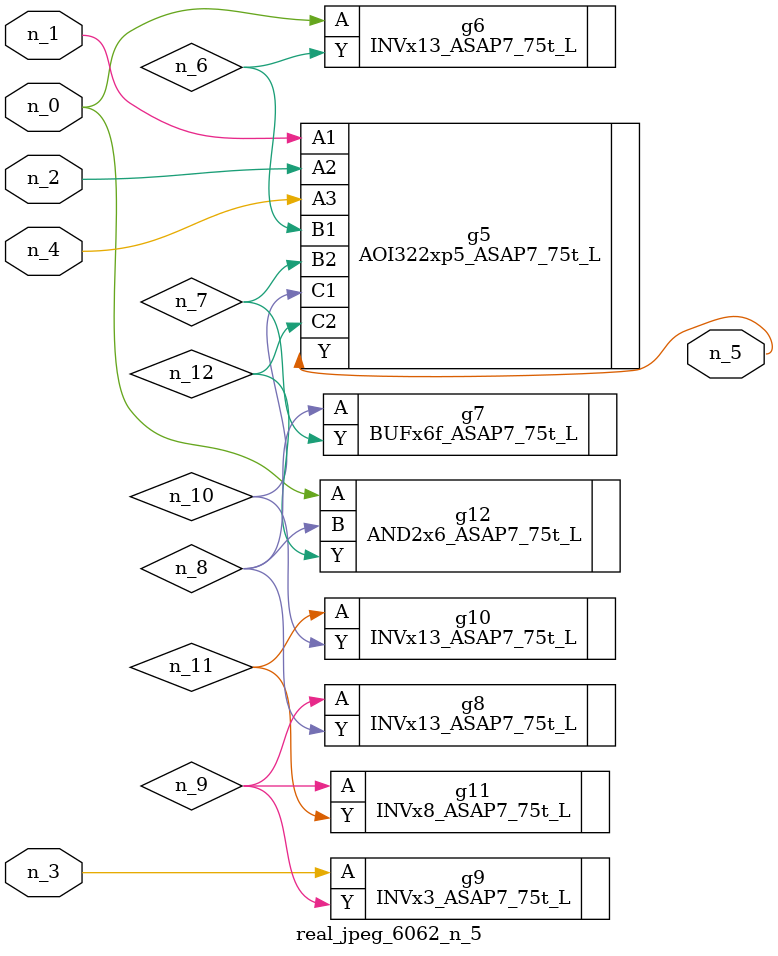
<source format=v>
module real_jpeg_6062_n_5 (n_4, n_0, n_1, n_2, n_3, n_5);

input n_4;
input n_0;
input n_1;
input n_2;
input n_3;

output n_5;

wire n_12;
wire n_8;
wire n_11;
wire n_6;
wire n_7;
wire n_10;
wire n_9;

INVx13_ASAP7_75t_L g6 ( 
.A(n_0),
.Y(n_6)
);

AND2x6_ASAP7_75t_L g12 ( 
.A(n_0),
.B(n_8),
.Y(n_12)
);

AOI322xp5_ASAP7_75t_L g5 ( 
.A1(n_1),
.A2(n_2),
.A3(n_4),
.B1(n_6),
.B2(n_7),
.C1(n_10),
.C2(n_12),
.Y(n_5)
);

INVx3_ASAP7_75t_L g9 ( 
.A(n_3),
.Y(n_9)
);

BUFx6f_ASAP7_75t_L g7 ( 
.A(n_8),
.Y(n_7)
);

INVx13_ASAP7_75t_L g8 ( 
.A(n_9),
.Y(n_8)
);

INVx8_ASAP7_75t_L g11 ( 
.A(n_9),
.Y(n_11)
);

INVx13_ASAP7_75t_L g10 ( 
.A(n_11),
.Y(n_10)
);


endmodule
</source>
